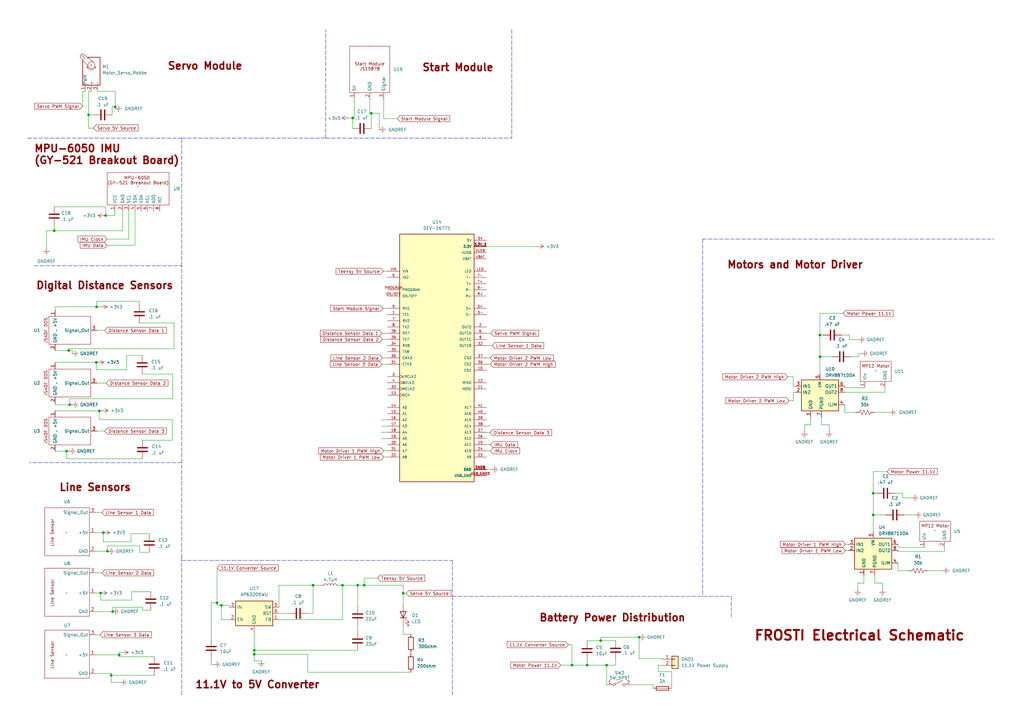
<source format=kicad_sch>
(kicad_sch (version 20230121) (generator eeschema)
  (paper "A3")
  (title_block (title "FROSTI"))
  (junction (at 165.354 243.332))
  (junction (at 246.38 262.763))
  (junction (at 234.569 272.796))
  (junction (at 39.624 125.857))
  (junction (at 104.267 268.351))
  (junction (at 40.767 168.529))
  (junction (at 152.273 46.482))
  (junction (at 140.462 240.03))
  (junction (at 28.194 143.764))
  (junction (at 41.275 243.205))
  (junction (at 146.685 240.03))
  (junction (at 46.228 250.825))
  (junction (at 42.418 218.44))
  (junction (at 22.225 94.615))
  (junction (at 28.575 165.989))
  (junction (at 336.296 146.304))
  (junction (at 240.792 272.796))
  (junction (at 128.397 240.03))
  (junction (at 48.895 268.605))
  (junction (at 358.14 202.311))
  (junction (at 39.497 148.59))
  (junction (at 47.244 43.815))
  (junction (at 358.14 211.201))
  (junction (at 90.805 248.285))
  (junction (at 336.296 137.414))
  (junction (at 45.593 276.987))
  (junction (at 104.267 266.7))
  (junction (at 248.793 272.796))
  (junction (at 44.069 226.06))
  (junction (at 36.322 47.117))
  (junction (at 89.027 247.269))
  (junction (at 262.128 261.366))
  (junction (at 144.653 48.387))
  (junction (at 149.352 240.03))
  (junction (at 27.305 185.039))
  (junction (at 43.307 88.392))
  (wire (pts (xy 38.354 52.578) (xy 38.354 52.451)))
  (wire (pts (xy 45.974 43.815) (xy 47.244 43.815)))
  (wire (pts (xy 200.914 174.752) (xy 200.914 174.879)))
  (wire (pts (xy 240.792 270.637) (xy 240.792 272.796)))
  (wire (pts (xy 156.464 177.292) (xy 158.877 177.292)))
  (wire (pts (xy 58.293 145.796) (xy 51.943 145.796)))
  (wire (pts (xy 39.624 123.571) (xy 39.624 125.857)))
  (wire (pts (xy 22.606 148.59) (xy 22.606 148.844)))
  (wire (pts (xy 358.14 202.311) (xy 358.14 211.201)))
  (wire (pts (xy 346.456 160.909) (xy 362.966 160.909)))
  (wire (pts (xy 114.427 240.03) (xy 114.427 249.047)))
  (wire (pts (xy 151.638 46.482) (xy 151.638 40.513)))
  (wire (pts (xy 165.354 248.285) (xy 165.354 243.332)))
  (wire (pts (xy 340.106 174.244) (xy 340.106 176.784)))
  (wire (pts (xy 86.614 262.128) (xy 86.614 247.269)))
  (wire (pts (xy 61.214 218.948) (xy 53.721 218.948)))
  (wire (pts (xy 114.427 251.587) (xy 118.491 251.587)))
  (wire (pts (xy 350.901 169.164) (xy 346.456 169.164)))
  (polyline (pts (xy 209.931 12.065) (xy 209.931 56.642)) (stroke (width 0) (type dash)))
  (polyline (pts (xy 11.303 56.642) (xy 74.549 56.642)) (stroke (width 0) (type dash)))
  (wire (pts (xy 19.05 94.615) (xy 22.225 94.615)))
  (wire (pts (xy 156.845 146.812) (xy 158.877 146.812)))
  (wire (pts (xy 126.111 251.587) (xy 128.397 251.587)))
  (wire (pts (xy 70.866 153.416) (xy 70.866 163.576)))
  (wire (pts (xy 53.975 242.697) (xy 53.975 246.126)))
  (wire (pts (xy 336.931 174.244) (xy 336.931 171.069)))
  (wire (pts (xy 363.855 193.421) (xy 358.14 193.421)))
  (wire (pts (xy 323.596 164.338) (xy 325.374 164.338)))
  (wire (pts (xy 48.895 269.367) (xy 48.895 268.605)))
  (wire (pts (xy 199.517 136.652) (xy 201.295 136.652)))
  (polyline (pts (xy 74.549 229.87) (xy 185.547 229.87)) (stroke (width 0) (type dash)))
  (wire (pts (xy 149.352 237.109) (xy 149.352 240.03)))
  (wire (pts (xy 252.476 272.796) (xy 248.793 272.796)))
  (wire (pts (xy 240.792 262.763) (xy 246.38 262.763)))
  (wire (pts (xy 157.353 40.513) (xy 157.353 48.641)))
  (wire (pts (xy 47.244 37.465) (xy 47.244 43.815)))
  (wire (pts (xy 28.575 165.989) (xy 29.591 165.989)))
  (wire (pts (xy 368.3 226.187) (xy 387.35 226.187)))
  (wire (pts (xy 199.517 192.532) (xy 201.676 192.532)))
  (wire (pts (xy 39.751 157.099) (xy 43.561 157.099)))
  (wire (pts (xy 94.107 254.127) (xy 90.805 254.127)))
  (wire (pts (xy 240.792 272.796) (xy 234.569 272.796)))
  (wire (pts (xy 53.721 218.948) (xy 53.721 222.25)))
  (wire (pts (xy 40.767 168.529) (xy 22.606 168.529)))
  (wire (pts (xy 146.685 240.03) (xy 146.685 248.793)))
  (wire (pts (xy 41.275 246.126) (xy 41.275 243.205)))
  (wire (pts (xy 358.14 211.201) (xy 363.22 211.201)))
  (wire (pts (xy 370.205 204.216) (xy 374.015 204.216)))
  (wire (pts (xy 165.354 260.096) (xy 168.529 260.096)))
  (wire (pts (xy 270.002 272.923) (xy 271.78 272.923)))
  (wire (pts (xy 358.14 211.201) (xy 358.14 218.186)))
  (polyline (pts (xy 288.163 98.044) (xy 407.67 98.044)) (stroke (width 0) (type dash)))
  (polyline (pts (xy 133.604 56.642) (xy 209.931 56.642)) (stroke (width 0) (type dash)))
  (wire (pts (xy 267.843 280.797) (xy 267.843 282.321)))
  (polyline (pts (xy 74.549 228.854) (xy 74.549 189.738)) (stroke (width 0) (type dash)))
  (wire (pts (xy 36.322 37.465) (xy 36.322 47.117)))
  (wire (pts (xy 358.775 239.141) (xy 358.775 235.966)))
  (wire (pts (xy 144.653 48.387) (xy 145.288 48.387)))
  (wire (pts (xy 336.296 128.524) (xy 336.296 137.414)))
  (wire (pts (xy 346.456 159.004) (xy 354.711 159.004)))
  (wire (pts (xy 149.352 240.03) (xy 165.354 240.03)))
  (wire (pts (xy 28.194 143.764) (xy 29.591 143.764)))
  (wire (pts (xy 48.895 267.589) (xy 50.038 267.589)))
  (wire (pts (xy 252.476 270.51) (xy 252.476 272.796)))
  (wire (pts (xy 22.606 148.59) (xy 39.497 148.59)))
  (wire (pts (xy 229.997 272.796) (xy 234.569 272.796)))
  (wire (pts (xy 39.751 135.509) (xy 42.926 135.509)))
  (wire (pts (xy 53.721 222.25) (xy 42.418 222.25)))
  (wire (pts (xy 156.718 136.652) (xy 158.877 136.652)))
  (wire (pts (xy 248.793 272.796) (xy 248.793 280.797)))
  (wire (pts (xy 86.614 247.269) (xy 89.027 247.269)))
  (wire (pts (xy 325.374 160.909) (xy 326.136 160.909)))
  (wire (pts (xy 199.517 149.352) (xy 201.041 149.352)))
  (wire (pts (xy 58.42 250.317) (xy 58.42 249.047)))
  (wire (pts (xy 41.91 168.529) (xy 40.767 168.529)))
  (wire (pts (xy 48.895 268.605) (xy 39.243 268.605)))
  (polyline (pts (xy 74.549 189.738) (xy 12.065 189.738)) (stroke (width 0) (type dash)))
  (wire (pts (xy 22.606 143.764) (xy 28.194 143.764)))
  (wire (pts (xy 351.79 239.141) (xy 351.79 241.681)))
  (wire (pts (xy 19.05 94.615) (xy 19.05 101.854)))
  (wire (pts (xy 146.685 256.413) (xy 146.685 259.08)))
  (wire (pts (xy 370.205 204.216) (xy 370.205 202.311)))
  (wire (pts (xy 367.03 202.311) (xy 370.205 202.311)))
  (wire (pts (xy 57.15 124.841) (xy 57.15 123.571)))
  (wire (pts (xy 104.267 259.207) (xy 104.267 266.7)))
  (polyline (pts (xy 74.549 56.642) (xy 133.604 56.642)) (stroke (width 0) (type dash)))
  (wire (pts (xy 152.273 46.482) (xy 152.273 52.705)))
  (wire (pts (xy 140.462 254.127) (xy 140.462 240.03)))
  (wire (pts (xy 368.3 226.187) (xy 368.3 225.806)))
  (wire (pts (xy 61.849 242.697) (xy 53.975 242.697)))
  (wire (pts (xy 71.374 143.002) (xy 28.194 143.002)))
  (wire (pts (xy 39.243 218.44) (xy 42.418 218.44)))
  (wire (pts (xy 199.517 184.912) (xy 201.168 184.912)))
  (wire (pts (xy 70.866 163.576) (xy 28.575 163.576)))
  (wire (pts (xy 45.593 276.987) (xy 45.593 276.225)))
  (wire (pts (xy 86.614 272.542) (xy 86.614 269.748)))
  (wire (pts (xy 352.171 145.034) (xy 353.441 145.034)))
  (wire (pts (xy 22.606 165.989) (xy 28.575 165.989)))
  (wire (pts (xy 200.914 177.419) (xy 199.517 177.419)))
  (wire (pts (xy 358.14 202.311) (xy 359.41 202.311)))
  (wire (pts (xy 329.946 174.244) (xy 329.946 176.784)))
  (wire (pts (xy 61.214 226.568) (xy 57.277 226.568)))
  (polyline (pts (xy 288.163 98.044) (xy 288.163 244.602)) (stroke (width 0) (type dash)))
  (wire (pts (xy 87.884 272.542) (xy 86.614 272.542)))
  (wire (pts (xy 139.319 240.03) (xy 140.462 240.03)))
  (wire (pts (xy 128.397 240.03) (xy 131.699 240.03)))
  (wire (pts (xy 43.942 100.584) (xy 55.372 100.584)))
  (wire (pts (xy 39.243 226.06) (xy 44.069 226.06)))
  (wire (pts (xy 157.353 187.452) (xy 158.877 187.452)))
  (wire (pts (xy 348.996 146.304) (xy 352.171 146.304)))
  (wire (pts (xy 22.606 165.354) (xy 22.606 165.989)))
  (wire (pts (xy 348.361 139.319) (xy 348.361 137.414)))
  (wire (pts (xy 42.418 218.44) (xy 42.545 218.44)))
  (wire (pts (xy 47.244 43.815) (xy 47.244 44.577)))
  (wire (pts (xy 346.456 158.369) (xy 346.456 159.004)))
  (wire (pts (xy 126.238 275.717) (xy 126.238 268.351)))
  (wire (pts (xy 114.427 240.03) (xy 128.397 240.03)))
  (polyline (pts (xy 74.549 284.988) (xy 74.549 228.854)) (stroke (width 0) (type dash)))
  (wire (pts (xy 168.529 275.717) (xy 126.238 275.717)))
  (wire (pts (xy 37.465 37.465) (xy 36.322 37.465)))
  (wire (pts (xy 22.606 125.857) (xy 39.624 125.857)))
  (wire (pts (xy 332.486 174.244) (xy 329.946 174.244)))
  (wire (pts (xy 346.71 223.266) (xy 347.98 223.266)))
  (wire (pts (xy 145.288 48.387) (xy 145.288 40.513)))
  (wire (pts (xy 33.909 43.561) (xy 33.909 37.465)))
  (wire (pts (xy 246.38 262.763) (xy 246.38 261.366)))
  (wire (pts (xy 43.942 98.044) (xy 52.832 98.044)))
  (wire (pts (xy 199.517 146.812) (xy 201.041 146.812)))
  (wire (pts (xy 368.3 234.061) (xy 368.3 230.886)))
  (wire (pts (xy 39.243 243.205) (xy 41.275 243.205)))
  (wire (pts (xy 346.71 225.806) (xy 347.98 225.806)))
  (wire (pts (xy 358.14 193.421) (xy 358.14 202.311)))
  (wire (pts (xy 168.529 267.716) (xy 168.529 268.097)))
  (polyline (pts (xy 74.549 108.966) (xy 74.549 56.642)) (stroke (width 0) (type dash)))
  (wire (pts (xy 258.953 280.797) (xy 267.843 280.797)))
  (wire (pts (xy 165.354 243.332) (xy 165.354 240.03)))
  (wire (pts (xy 332.486 171.069) (xy 332.486 174.244)))
  (wire (pts (xy 354.33 235.966) (xy 354.33 239.141)))
  (wire (pts (xy 94.107 248.285) (xy 94.107 249.047)))
  (wire (pts (xy 51.943 151.638) (xy 39.497 151.638)))
  (wire (pts (xy 361.95 239.141) (xy 358.775 239.141)))
  (wire (pts (xy 387.35 226.187) (xy 387.35 224.536)))
  (wire (pts (xy 354.33 239.141) (xy 351.79 239.141)))
  (wire (pts (xy 61.849 250.317) (xy 58.42 250.317)))
  (wire (pts (xy 270.002 275.463) (xy 270.002 272.923)))
  (wire (pts (xy 70.612 172.085) (xy 40.767 172.085)))
  (wire (pts (xy 63.246 269.367) (xy 48.895 269.367)))
  (wire (pts (xy 345.821 128.524) (xy 336.296 128.524)))
  (wire (pts (xy 27.305 188.214) (xy 27.305 185.039)))
  (wire (pts (xy 52.832 98.044) (xy 52.832 86.614)))
  (wire (pts (xy 199.517 177.419) (xy 199.517 177.292)))
  (wire (pts (xy 89.027 248.285) (xy 90.805 248.285)))
  (wire (pts (xy 152.273 46.482) (xy 151.638 46.482)))
  (wire (pts (xy 368.3 223.266) (xy 368.3 224.536)))
  (wire (pts (xy 156.464 179.959) (xy 158.877 179.959)))
  (wire (pts (xy 50.292 86.614) (xy 50.292 94.615)))
  (wire (pts (xy 336.296 137.414) (xy 336.296 146.304)))
  (wire (pts (xy 275.463 282.321) (xy 275.463 275.463)))
  (wire (pts (xy 22.225 94.615) (xy 50.292 94.615)))
  (wire (pts (xy 36.322 47.117) (xy 36.322 52.578)))
  (wire (pts (xy 39.624 125.857) (xy 41.402 125.857)))
  (wire (pts (xy 104.267 271.018) (xy 107.188 271.018)))
  (wire (pts (xy 114.427 254.127) (xy 140.462 254.127)))
  (wire (pts (xy 126.238 268.351) (xy 104.267 268.351)))
  (wire (pts (xy 336.296 146.304) (xy 336.296 153.289)))
  (wire (pts (xy 47.117 88.392) (xy 47.117 86.614)))
  (wire (pts (xy 22.225 84.836) (xy 43.307 84.836)))
  (wire (pts (xy 165.354 255.905) (xy 165.354 260.096)))
  (wire (pts (xy 45.593 279.908) (xy 45.593 276.987)))
  (wire (pts (xy 166.624 243.332) (xy 165.354 243.332)))
  (wire (pts (xy 58.42 249.047) (xy 46.228 249.047)))
  (wire (pts (xy 340.106 174.244) (xy 336.931 174.244)))
  (wire (pts (xy 39.243 250.825) (xy 46.228 250.825)))
  (polyline (pts (xy 74.549 189.738) (xy 74.549 108.966)) (stroke (width 0) (type dash)))
  (wire (pts (xy 41.91 168.402) (xy 41.91 168.529)))
  (wire (pts (xy 58.42 188.214) (xy 27.305 188.214)))
  (wire (pts (xy 55.372 100.584) (xy 55.372 86.614)))
  (wire (pts (xy 39.243 260.35) (xy 41.021 260.35)))
  (wire (pts (xy 43.307 88.392) (xy 47.117 88.392)))
  (wire (pts (xy 39.243 210.185) (xy 41.783 210.185)))
  (wire (pts (xy 45.593 279.908) (xy 49.53 279.908)))
  (wire (pts (xy 361.95 239.141) (xy 361.95 241.681)))
  (wire (pts (xy 386.715 234.061) (xy 380.365 234.061)))
  (wire (pts (xy 104.267 268.351) (xy 104.267 271.018)))
  (wire (pts (xy 39.497 148.59) (xy 40.005 148.59)))
  (wire (pts (xy 275.463 275.463) (xy 270.002 275.463)))
  (wire (pts (xy 157.353 184.912) (xy 158.877 184.912)))
  (polyline (pts (xy 185.547 244.602) (xy 299.974 244.602)) (stroke (width 0) (type dash)))
  (wire (pts (xy 352.171 146.304) (xy 352.171 145.034)))
  (wire (pts (xy 41.783 168.402) (xy 41.91 168.402)))
  (wire (pts (xy 325.374 164.338) (xy 325.374 160.909)))
  (wire (pts (xy 157.099 126.492) (xy 158.877 126.492)))
  (wire (pts (xy 71.374 132.461) (xy 71.374 143.002)))
  (polyline (pts (xy 185.547 229.87) (xy 185.547 244.602)) (stroke (width 0) (type dash)))
  (wire (pts (xy 57.277 226.568) (xy 57.277 223.901)))
  (wire (pts (xy 234.569 264.414) (xy 234.569 272.796)))
  (wire (pts (xy 45.593 276.225) (xy 39.243 276.225)))
  (wire (pts (xy 70.612 180.594) (xy 70.612 172.085)))
  (wire (pts (xy 140.462 240.03) (xy 146.685 240.03)))
  (wire (pts (xy 368.3 224.536) (xy 379.095 224.536)))
  (wire (pts (xy 42.799 88.392) (xy 43.307 88.392)))
  (wire (pts (xy 45.974 47.117) (xy 45.974 43.815)))
  (wire (pts (xy 246.38 261.366) (xy 262.128 261.366)))
  (wire (pts (xy 29.591 143.764) (xy 29.591 145.034)))
  (wire (pts (xy 39.243 234.95) (xy 41.91 234.95)))
  (wire (pts (xy 38.354 47.117) (xy 36.322 47.117)))
  (wire (pts (xy 155.575 46.482) (xy 155.575 53.213)))
  (wire (pts (xy 58.293 153.416) (xy 70.866 153.416)))
  (wire (pts (xy 43.307 84.836) (xy 43.307 88.392)))
  (wire (pts (xy 156.845 139.192) (xy 158.877 139.192)))
  (wire (pts (xy 323.088 154.559) (xy 325.374 154.559)))
  (wire (pts (xy 348.361 139.319) (xy 352.171 139.319)))
  (wire (pts (xy 89.027 232.918) (xy 89.027 247.269)))
  (wire (pts (xy 146.685 240.03) (xy 149.352 240.03)))
  (wire (pts (xy 233.172 264.414) (xy 234.569 264.414)))
  (wire (pts (xy 22.606 127.254) (xy 22.606 125.857)))
  (wire (pts (xy 252.476 262.763) (xy 252.476 262.89)))
  (wire (pts (xy 104.267 266.7) (xy 104.267 268.351)))
  (wire (pts (xy 345.186 137.414) (xy 348.361 137.414)))
  (wire (pts (xy 142.875 48.387) (xy 144.653 48.387)))
  (wire (pts (xy 155.575 46.482) (xy 152.273 46.482)))
  (wire (pts (xy 325.374 158.369) (xy 326.136 158.369)))
  (wire (pts (xy 325.374 154.559) (xy 325.374 158.369)))
  (wire (pts (xy 199.517 182.372) (xy 201.168 182.372)))
  (wire (pts (xy 28.194 143.002) (xy 28.194 143.764)))
  (wire (pts (xy 51.943 145.796) (xy 51.943 151.638)))
  (wire (pts (xy 104.267 266.7) (xy 146.685 266.7)))
  (wire (pts (xy 57.15 123.571) (xy 39.624 123.571)))
  (wire (pts (xy 156.591 149.352) (xy 158.877 149.352)))
  (wire (pts (xy 362.966 160.909) (xy 362.966 159.004)))
  (wire (pts (xy 39.497 151.638) (xy 39.497 148.59)))
  (wire (pts (xy 246.38 262.763) (xy 252.476 262.763)))
  (wire (pts (xy 57.15 132.461) (xy 71.374 132.461)))
  (wire (pts (xy 346.456 169.164) (xy 346.456 165.989)))
  (wire (pts (xy 90.805 248.285) (xy 94.107 248.285)))
  (wire (pts (xy 336.296 146.304) (xy 341.376 146.304)))
  (wire (pts (xy 157.226 111.252) (xy 158.877 111.252)))
  (wire (pts (xy 40.005 37.465) (xy 47.244 37.465)))
  (wire (pts (xy 58.42 180.594) (xy 70.612 180.594)))
  (wire (pts (xy 336.296 137.414) (xy 337.566 137.414)))
  (wire (pts (xy 199.517 141.732) (xy 201.93 141.732)))
  (wire (pts (xy 262.128 270.129) (xy 262.128 261.366)))
  (wire (pts (xy 45.593 276.987) (xy 63.246 276.987)))
  (wire (pts (xy 271.78 270.129) (xy 262.128 270.129)))
  (wire (pts (xy 36.322 52.578) (xy 38.354 52.578)))
  (wire (pts (xy 199.517 174.752) (xy 200.914 174.752)))
  (wire (pts (xy 40.767 172.085) (xy 40.767 168.529)))
  (wire (pts (xy 53.975 246.126) (xy 41.275 246.126)))
  (wire (pts (xy 158.877 179.959) (xy 158.877 179.832)))
  (wire (pts (xy 28.575 163.576) (xy 28.575 165.989)))
  (wire (pts (xy 128.397 251.587) (xy 128.397 240.03)))
  (polyline (pts (xy 185.547 244.602) (xy 185.547 284.988)) (stroke (width 0) (type dash)))
  (wire (pts (xy 372.745 234.061) (xy 368.3 234.061)))
  (wire (pts (xy 156.464 174.752) (xy 158.877 174.752)))
  (wire (pts (xy 271.78 270.129) (xy 271.78 270.383)))
  (wire (pts (xy 46.228 249.047) (xy 46.228 250.825)))
  (wire (pts (xy 248.793 272.796) (xy 240.792 272.796)))
  (wire (pts (xy 27.305 185.039) (xy 28.321 185.039)))
  (polyline (pts (xy 14.097 108.966) (xy 74.549 108.966)) (stroke (width 0) (type dash)))
  (wire (pts (xy 42.418 222.25) (xy 42.418 218.44)))
  (wire (pts (xy 149.352 237.109) (xy 154.813 237.109)))
  (wire (pts (xy 44.069 223.901) (xy 44.069 226.06)))
  (wire (pts (xy 364.871 169.164) (xy 358.521 169.164)))
  (wire (pts (xy 157.353 48.641) (xy 162.941 48.641)))
  (wire (pts (xy 57.277 223.901) (xy 44.069 223.901)))
  (wire (pts (xy 370.84 211.201) (xy 375.285 211.201)))
  (wire (pts (xy 44.069 226.06) (xy 44.323 226.06)))
  (wire (pts (xy 144.653 48.387) (xy 144.653 52.705)))
  (wire (pts (xy 22.606 185.039) (xy 27.305 185.039)))
  (wire (pts (xy 90.805 254.127) (xy 90.805 248.285)))
  (wire (pts (xy 33.909 37.465) (xy 34.925 37.465)))
  (wire (pts (xy 89.027 247.269) (xy 89.027 248.285)))
  (wire (pts (xy 156.464 172.212) (xy 158.877 172.212)))
  (wire (pts (xy 240.792 262.763) (xy 240.792 263.017)))
  (polyline (pts (xy 299.974 244.602) (xy 299.974 253.111)) (stroke (width 0) (type dash)))
  (wire (pts (xy 48.895 267.589) (xy 48.895 268.605)))
  (wire (pts (xy 22.225 92.456) (xy 22.225 94.615)))
  (wire (pts (xy 199.517 101.092) (xy 220.345 101.092)))
  (wire (pts (xy 39.751 176.784) (xy 42.926 176.784)))
  (polyline (pts (xy 133.604 56.642) (xy 133.604 12.065)) (stroke (width 0) (type dash)))
  (text "Servo Module\n" (at 68.58 28.956 0) (effects (font (size 3 3) (thickness 0.6) bold) (justify left bottom)))
  (text "Start Module\n" (at 172.974 29.591 0) (effects (font (size 3 3) (thickness 0.6) bold) (justify left bottom)))
  (text "Battery Power Distribution\n" (at 220.98 255.27 0) (effects (font (size 3 3) (thickness 0.6) bold) (justify left bottom)))
  (text "MPU-6050 IMU \n(GY-521 Breakout Board)" (at 13.843 67.691 0) (effects (font (size 3 3) (thickness 0.6) bold) (justify left bottom)))
  (text "11.1V to 5V Converter" (at 79.883 282.702 0) (effects (font (size 3 3) (thickness 0.6) bold) (justify left bottom)))
  (text "Digital Distance Sensors" (at 14.605 118.999 0) (effects (font (size 3 3) (thickness 0.6) bold) (justify left bottom)))
  (text "Line Sensors" (at 24.13 201.803 0) (effects (font (size 3 3) (thickness 0.6) bold) (justify left bottom)))
  (text "FROSTI Electrical Schematic\n" (at 309.118 263.144 0) (effects (font (size 4 4) (thickness 0.8) bold) (justify left bottom)))
  (text "Motors and Motor Driver" (at 298.069 110.49 0) (effects (font (size 3 3) (thickness 0.6) bold) (justify left bottom)))
  (global_label "Motor Driver 2 PWM High" (shape input) (at 323.088 154.559 180) (property "Intersheetrefs" "${INTERSHEET_REFS}" (effects hide)))
  (global_label "Servo PWM Signal" (shape input) (at 33.909 43.561 180) (property "Intersheetrefs" "${INTERSHEET_REFS}" (effects hide)))
  (global_label "Servo 5V Source" (shape input) (at 166.624 243.332 0) (property "Intersheetrefs" "${INTERSHEET_REFS}" (effects hide)))
  (global_label "Line Sensor 2 Data" (shape input) (at 156.845 146.812 180) (property "Intersheetrefs" "${INTERSHEET_REFS}" (effects hide)))
  (global_label "Servo 5V Source" (shape input) (at 38.354 52.451 0) (property "Intersheetrefs" "${INTERSHEET_REFS}" (effects hide)))
  (global_label "Start Module Signal" (shape input) (at 157.099 126.492 180) (property "Intersheetrefs" "${INTERSHEET_REFS}" (effects hide)))
  (global_label "Distance Sensor Data 1" (shape input) (at 156.718 136.652 180) (property "Intersheetrefs" "${INTERSHEET_REFS}" (effects hide)))
  (global_label "Motor Power 11.1V" (shape input) (at 345.821 128.524 0) (property "Intersheetrefs" "${INTERSHEET_REFS}" (effects hide)))
  (global_label "Motor Driver 1 PWM Low" (shape input) (at 346.71 225.806 180) (property "Intersheetrefs" "${INTERSHEET_REFS}" (effects hide)))
  (global_label "Start Module Signal" (shape input) (at 162.941 48.641 0) (property "Intersheetrefs" "${INTERSHEET_REFS}" (effects hide)))
  (global_label "IMU Clock" (shape input) (at 43.942 98.044 180) (property "Intersheetrefs" "${INTERSHEET_REFS}" (effects hide)))
  (global_label "Line Sensor 3 Data" (shape input) (at 41.021 260.35 0) (property "Intersheetrefs" "${INTERSHEET_REFS}" (effects hide)))
  (global_label "Line Sensor 2 Data" (shape input) (at 41.91 234.95 0) (property "Intersheetrefs" "${INTERSHEET_REFS}" (effects hide)))
  (global_label "Motor Power 11.1V" (shape input) (at 229.997 272.796 180) (property "Intersheetrefs" "${INTERSHEET_REFS}" (effects hide)))
  (global_label "Servo PWM Signal" (shape input) (at 201.295 136.652 0) (property "Intersheetrefs" "${INTERSHEET_REFS}" (effects hide)))
  (global_label "Line Sensor 1 Data" (shape input) (at 41.783 210.185 0) (property "Intersheetrefs" "${INTERSHEET_REFS}" (effects hide)))
  (global_label "Motor Driver 1 PWM Low" (shape input) (at 157.353 187.452 180) (property "Intersheetrefs" "${INTERSHEET_REFS}" (effects hide)))
  (global_label "Motor Driver 2 PWM Low" (shape input) (at 201.041 146.812 0) (property "Intersheetrefs" "${INTERSHEET_REFS}" (effects hide)))
  (global_label "11.1V Converter Source" (shape input) (at 233.172 264.414 180) (property "Intersheetrefs" "${INTERSHEET_REFS}" (effects hide)))
  (global_label "Motor Power 11.1V" (shape input) (at 363.855 193.421 0) (property "Intersheetrefs" "${INTERSHEET_REFS}" (effects hide)))
  (global_label "Line Sensor 1 Data" (shape input) (at 201.93 141.732 0) (property "Intersheetrefs" "${INTERSHEET_REFS}" (effects hide)))
  (global_label "Distance Sensor Data 2" (shape input) (at 43.561 157.099 0) (property "Intersheetrefs" "${INTERSHEET_REFS}" (effects hide)))
  (global_label "Line Sensor 3 Data" (shape input) (at 156.591 149.352 180) (property "Intersheetrefs" "${INTERSHEET_REFS}" (effects hide)))
  (global_label "11.1V Converter Source" (shape input) (at 89.027 232.918 0) (property "Intersheetrefs" "${INTERSHEET_REFS}" (effects hide)))
  (global_label "Motor Driver 2 PWM Low" (shape input) (at 323.596 164.338 180) (property "Intersheetrefs" "${INTERSHEET_REFS}" (effects hide)))
  (global_label "Motor Driver 1 PWM High" (shape input) (at 346.71 223.266 180) (property "Intersheetrefs" "${INTERSHEET_REFS}" (effects hide)))
  (global_label "Motor Driver 2 PWM High" (shape input) (at 201.041 149.352 0) (property "Intersheetrefs" "${INTERSHEET_REFS}" (effects hide)))
  (global_label "Teensy 5V Source" (shape input) (at 157.226 111.252 180) (property "Intersheetrefs" "${INTERSHEET_REFS}" (effects hide)))
  (global_label "Distance Sensor Data 3" (shape input) (at 200.914 177.419 0) (property "Intersheetrefs" "${INTERSHEET_REFS}" (effects hide)))
  (global_label "Distance Sensor Data 2" (shape input) (at 156.845 139.192 180) (property "Intersheetrefs" "${INTERSHEET_REFS}" (effects hide)))
  (global_label "IMU Data" (shape input) (at 43.942 100.584 180) (property "Intersheetrefs" "${INTERSHEET_REFS}" (effects hide)))
  (global_label "Motor Driver 1 PWM High" (shape input) (at 157.353 184.912 180) (property "Intersheetrefs" "${INTERSHEET_REFS}" (effects hide)))
  (global_label "Distance Sensor Data 3" (shape input) (at 42.926 176.784 0) (property "Intersheetrefs" "${INTERSHEET_REFS}" (effects hide)))
  (global_label "IMU Data" (shape input) (at 201.168 182.372 0) (property "Intersheetrefs" "${INTERSHEET_REFS}" (effects hide)))
  (global_label "IMU Clock" (shape input) (at 201.168 184.912 0) (property "Intersheetrefs" "${INTERSHEET_REFS}" (effects hide)))
  (global_label "Teensy 5V Source" (shape input) (at 154.813 237.109 0) (property "Intersheetrefs" "${INTERSHEET_REFS}" (effects hide)))
  (global_label "Distance Sensor Data 1" (shape input) (at 42.926 135.509 0) (property "Intersheetrefs" "${INTERSHEET_REFS}" (effects hide)))
  (symbol (lib_id "Device:C") (at 57.15 128.651 180) (unit 1)
    (property "Reference" "C16" (at 60.96 127.381 0) (effects (justify right)))
    (property "Value" ".1 uF" (at 60.96 129.921 0) (effects (justify right)))
    (property "Footprint" "Capacitor_SMD:C_0805_2012Metric" (effects hide))
  )
  (symbol (lib_id "power:GNDREF") (at 329.946 176.784 0) (unit 1)
    (property "Reference" "#PWR014" (effects hide))
    (property "Value" "GNDREF" (at 329.946 181.229 0))
  )
  (symbol (lib_id "power:GNDREF") (at 201.676 192.532 90) (unit 1)
    (property "Reference" "#PWR019" (effects hide))
    (property "Value" "GNDREF" (at 205.105 192.532 90) (effects (justify right)))
  )
  (symbol (lib_id "power:+3V3") (at 42.799 88.392 90) (unit 1)
    (property "Reference" "#PWR020" (effects hide))
    (property "Value" "+3V3" (at 39.243 88.392 90) (effects (justify left)))
  )
  (symbol (lib_id "power:GNDREF") (at 29.591 165.989 90) (unit 1)
    (property "Reference" "#PWR03" (effects hide))
    (property "Value" "GNDREF" (at 32.766 165.989 90) (effects (justify right)))
  )
  (symbol (lib_id "Device:C") (at 252.476 266.7 180) (unit 1)
    (property "Reference" "C6" (at 255.524 265.43 0) (effects (justify right)))
    (property "Value" ".1 uF" (at 255.397 267.843 0) (effects (justify right)))
    (property "Footprint" "Capacitor_SMD:C_0805_2012Metric" (effects hide))
  )
  (symbol (lib_id "power:GNDREF") (at 46.228 250.825 90) (unit 1)
    (property "Reference" "#PWR06" (effects hide))
    (property "Value" "GNDREF" (at 49.403 250.825 90) (effects (justify right)))
  )
  (symbol (lib_id "power:GNDREF") (at 386.715 234.061 90) (unit 1)
    (property "Reference" "#PWR010" (effects hide))
    (property "Value" "GNDREF" (at 390.525 234.061 90) (effects (justify right)))
  )
  (symbol (lib_id "Device:C") (at 240.792 266.827 0) (unit 1)
    (property "Reference" "C5" (at 244.348 265.557 0) (effects (justify left)))
    (property "Value" "10uF" (at 244.348 268.097 0) (effects (justify left)))
    (property "Footprint" "Capacitor_SMD:C_0805_2012Metric" (effects hide))
  )
  (symbol (lib_id "power:GNDREF") (at 375.285 211.201 90) (unit 1)
    (property "Reference" "#PWR09" (effects hide))
    (property "Value" "GNDREF" (at 378.46 211.201 90) (effects (justify right)))
  )
  (symbol (lib_id "FROSTI Parts:GY-521_MPU6050-_Breakout_Board") (at 56.642 76.454 0) (unit 1)
    (property "Reference" "U9" (at 71.12 77.4065 0) (effects (justify left)))
    (property "Value" "~" (at 56.642 76.454 0))
    (property "Footprint" "Connector_PinSocket_2.00mm:PinSocket_1x04_P2.00mm_Vertical" (effects hide))
  )
  (symbol (lib_id "Device:C") (at 367.03 211.201 90) (unit 1)
    (property "Reference" "C2" (at 367.03 204.216 90))
    (property "Value" ".1 uF" (at 367.03 206.756 90))
    (property "Footprint" "Capacitor_SMD:C_0805_2012Metric" (effects hide))
  )
  (symbol (lib_id "Device:C") (at 63.246 273.177 180) (unit 1)
    (property "Reference" "C11" (at 67.056 271.907 0) (effects (justify right)))
    (property "Value" ".1 uF" (at 67.056 274.447 0) (effects (justify right)))
    (property "Footprint" "Capacitor_SMD:C_0805_2012Metric" (effects hide))
  )
  (symbol (lib_id "Driver_Motor:DRV8871DDA") (at 358.14 225.806 0) (unit 1)
    (property "Reference" "U4" (at 360.3341 216.281 0) (effects (justify left)))
    (property "Value" "DRV8871DDA" (at 360.3341 218.821 0) (effects (justify left)))
    (property "Footprint" "footprints:DDA0008H_L" (effects hide))
    (property "Datasheet" "http://www.ti.com/lit/ds/symlink/drv8871.pdf" (effects hide))
  )
  (symbol (lib_id "Device:C") (at 122.301 251.587 90) (unit 1)
    (property "Reference" "C8" (at 122.301 244.602 90))
    (property "Value" ".1 uF" (at 122.301 247.142 90))
    (property "Footprint" "Capacitor_SMD:C_0805_2012Metric" (effects hide))
  )
  (symbol (lib_id "Device:R") (at 168.529 271.907 0) (unit 1)
    (property "Reference" "R4" (at 170.9927 270.637 0) (effects (justify left)))
    (property "Value" "200ohm" (at 170.9927 273.177 0) (effects (justify left)))
    (property "Footprint" "Resistor_SMD:R_0805_2012Metric" (effects hide))
  )
  (symbol (lib_id "Device:C") (at 86.614 265.938 0) (unit 1)
    (property "Reference" "C7" (at 90.17 264.668 0) (effects (justify left)))
    (property "Value" "10uF" (at 90.17 267.208 0) (effects (justify left)))
    (property "Footprint" "Capacitor_SMD:C_0805_2012Metric" (effects hide))
  )
  (symbol (lib_id "Device:C") (at 61.214 222.758 180) (unit 1)
    (property "Reference" "C13" (at 64.897 221.488 0) (effects (justify right)))
    (property "Value" ".1 uF" (at 64.897 224.028 0) (effects (justify right)))
    (property "Footprint" "Capacitor_SMD:C_0805_2012Metric" (effects hide))
  )
  (symbol (lib_id "Device:R_US") (at 376.555 234.061 90) (unit 1)
    (property "Reference" "R1" (at 376.555 228.346 90))
    (property "Value" "30k" (at 376.555 230.886 90))
    (property "Footprint" "Resistor_SMD:R_0805_2012Metric" (effects hide))
  )
  (symbol (lib_id "FROSTI Parts:Start_Module_JS15878") (at 151.638 18.923 0) (unit 1)
    (property "Reference" "U15" (at 161.29 28.448 0) (effects (justify left)))
    (property "Value" "~" (at 151.638 18.923 0))
    (property "Footprint" "Connector_PinSocket_2.00mm:PinSocket_1x03_P2.00mm_Vertical" (effects hide))
  )
  (symbol (lib_id "power:+3V3") (at 41.275 243.205 270) (unit 1)
    (property "Reference" "#PWR029" (effects hide))
    (property "Value" "+3V3" (at 44.831 243.205 90) (effects (justify left)))
  )
  (symbol (lib_name "JS40F_Digital_Distance_Sensor_2") (lib_id "FROSTI Parts:JS40F_Digital_Distance_Sensor") (at 23.241 157.099 90) (unit 1)
    (property "Reference" "U2" (at 16.51 157.099 90) (effects (justify left)))
    (property "Value" "~" (at 23.241 157.099 0))
    (property "Footprint" "footprints:3 Pheonix" (effects hide))
  )
  (symbol (lib_id "Motor:Motor_Servo_Robbe") (at 37.465 29.845 90) (unit 1)
    (property "Reference" "M1" (at 41.91 27.3161 90) (effects (justify right)))
    (property "Value" "Motor_Servo_Robbe" (at 41.91 29.8561 90) (effects (justify right)))
    (property "Footprint" "Connector_PinHeader_2.54mm:PinHeader_1x03_P2.54mm_Vertical" (effects hide))
    (property "Datasheet" "http://forums.parallax.com/uploads/attachments/46831/74481.png" (effects hide))
  )
  (symbol (lib_id "power:GNDREF") (at 262.128 261.366 90) (unit 1)
    (property "Reference" "#PWR08" (effects hide))
    (property "Value" "GNDREF" (at 265.303 261.366 90) (effects (justify right)))
  )
  (symbol (lib_id "power:+3V3") (at 41.783 168.402 270) (unit 1)
    (property "Reference" "#PWR037" (effects hide))
    (property "Value" "+3V3" (at 45.339 168.402 90) (effects (justify left)))
  )
  (symbol (lib_id "Device:LED") (at 165.354 252.095 90) (unit 1)
    (property "Reference" "D1" (at 168.91 252.4125 90) (effects (justify right)))
    (property "Value" "LED" (at 168.91 254.9525 90) (effects (justify right)))
    (property "Footprint" "LED_SMD:LED_0603_1608Metric" (effects hide))
  )
  (symbol (lib_id "Device:R") (at 168.529 263.906 0) (unit 1)
    (property "Reference" "R3" (at 171.45 262.636 0) (effects (justify left)))
    (property "Value" "300ohm" (at 171.45 265.176 0) (effects (justify left)))
    (property "Footprint" "Resistor_SMD:R_0805_2012Metric" (effects hide))
  )
  (symbol (lib_id "power:GNDREF") (at 361.95 241.681 0) (unit 1)
    (property "Reference" "#PWR012" (effects hide))
    (property "Value" "GNDREF" (at 361.95 246.126 0))
  )
  (symbol (lib_id "Device:C") (at 58.293 149.606 180) (unit 1)
    (property "Reference" "C15" (at 61.976 148.336 0) (effects (justify right)))
    (property "Value" ".1 uF" (at 61.976 150.876 0) (effects (justify right)))
    (property "Footprint" "Capacitor_SMD:C_0805_2012Metric" (effects hide))
  )
  (symbol (lib_id "power:GNDREF") (at 87.884 272.542 90) (unit 1)
    (property "Reference" "#PWR024" (effects hide))
    (property "Value" "GNDREF" (at 91.059 272.542 90) (effects (justify right)))
  )
  (symbol (lib_id "power:+3V3") (at 41.402 125.857 270) (unit 1)
    (property "Reference" "#PWR031" (effects hide))
    (property "Value" "+3V3" (at 44.958 125.857 90) (effects (justify left)))
  )
  (symbol (lib_name "MP12_Micro_Gear_Motor_6V_2") (lib_id "FROSTI Parts:MP12_Micro_Gear_Motor_6V") (at 383.54 217.551 0) (unit 1)
    (property "Reference" "U5" (at 391.16 217.8685 0) (effects (justify left)))
    (property "Value" "~" (at 383.54 217.551 0))
    (property "Footprint" "footprints:2 Pheonis" (effects hide))
  )
  (symbol (lib_id "Device:C") (at 42.164 47.117 270) (unit 1)
    (property "Reference" "C19" (at 42.164 40.386 90))
    (property "Value" ".1 uF" (at 42.164 42.926 90))
    (property "Footprint" "Capacitor_SMD:C_0805_2012Metric" (effects hide))
  )
  (symbol (lib_id "Regulator_Switching:AP63205WU") (at 104.267 251.587 0) (unit 1)
    (property "Reference" "U17" (at 104.267 241.3 0))
    (property "Value" "AP63205WU" (at 104.267 243.84 0))
    (property "Footprint" "Package_TO_SOT_SMD:TSOT-23-6" (effects hide))
    (property "Datasheet" "https://www.diodes.com/assets/Datasheets/AP63200-AP63201-AP63203-AP63205.pdf" (effects hide))
  )
  (symbol (lib_id "power:GNDREF") (at 44.323 226.06 90) (unit 1)
    (property "Reference" "#PWR05" (effects hide))
    (property "Value" "GNDREF" (at 47.498 226.06 90) (effects (justify right)))
  )
  (symbol (lib_id "power:GNDREF") (at 29.591 145.034 90) (unit 1)
    (property "Reference" "#PWR02" (effects hide))
    (property "Value" "GNDREF" (at 32.766 145.034 90) (effects (justify right)))
  )
  (symbol (lib_id "power:+3V3") (at 142.875 48.387 90) (unit 1)
    (property "Reference" "#PWR039" (effects hide))
    (property "Value" "+3V3" (at 139.7 48.514 90) (effects (justify left)))
  )
  (symbol (lib_id "Device:C") (at 22.225 88.646 0) (unit 1)
    (property "Reference" "C18" (at 25.146 87.376 0) (effects (justify left)))
    (property "Value" ".1 uF" (at 25.146 89.916 0) (effects (justify left)))
    (property "Footprint" "Capacitor_SMD:C_0805_2012Metric" (effects hide))
  )
  (symbol (lib_id "power:+3V3") (at 50.038 267.589 270) (unit 1)
    (property "Reference" "#PWR027" (effects hide))
    (property "Value" "+3V3" (at 53.594 267.589 90) (effects (justify left)))
  )
  (symbol (lib_id "power:GNDREF") (at 340.106 176.784 0) (unit 1)
    (property "Reference" "#PWR015" (effects hide))
    (property "Value" "GNDREF" (at 340.106 181.229 0))
  )
  (symbol (lib_id "power:GNDREF") (at 353.441 145.034 90) (unit 1)
    (property "Reference" "#PWR017" (effects hide))
    (property "Value" "GNDREF" (at 356.616 145.034 90) (effects (justify right)))
  )
  (symbol (lib_id "Device:C") (at 146.685 252.603 0) (unit 1)
    (property "Reference" "C10" (at 149.86 251.333 0) (effects (justify left)))
    (property "Value" "22uF" (at 149.86 253.873 0) (effects (justify left)))
    (property "Footprint" "Capacitor_SMD:C_0805_2012Metric" (effects hide))
  )
  (symbol (lib_id "power:+3V3") (at 40.005 148.59 270) (unit 1)
    (property "Reference" "#PWR036" (effects hide))
    (property "Value" "+3V3" (at 43.561 148.59 90) (effects (justify left)))
  )
  (symbol (lib_id "power:GNDREF") (at 49.53 279.908 90) (unit 1)
    (property "Reference" "#PWR07" (effects hide))
    (property "Value" "GNDREF" (at 52.705 279.908 90) (effects (justify right)))
  )
  (symbol (lib_id "Device:Fuse") (at 271.653 282.321 90) (unit 1)
    (property "Reference" "F1" (at 271.653 276.86 90))
    (property "Value" "2A" (at 271.653 279.4 90))
    (property "Footprint" "Fuse:Fuse_0805_2012Metric_Pad1.15x1.40mm_HandSolder" (effects hide))
  )
  (symbol (lib_id "Device:C") (at 58.42 184.404 180) (unit 1)
    (property "Reference" "C14" (at 62.23 183.134 0) (effects (justify right)))
    (property "Value" ".1 uF" (at 62.23 185.674 0) (effects (justify right)))
    (property "Footprint" "Capacitor_SMD:C_0805_2012Metric" (effects hide))
  )
  (symbol (lib_id "power:GNDREF") (at 155.575 53.213 90) (unit 1)
    (property "Reference" "#PWR035" (effects hide))
    (property "Value" "GNDREF" (at 159.258 53.213 90) (effects (justify right)))
  )
  (symbol (lib_id "power:+3V3") (at 220.345 101.092 270) (unit 1)
    (property "Reference" "#PWR026" (effects hide))
    (property "Value" "+3V3" (at 223.901 101.092 90) (effects (justify left)))
  )
  (symbol (lib_name "MP12_Micro_Gear_Motor_6V_3") (lib_id "FROSTI Parts:MP12_Micro_Gear_Motor_6V") (at 359.156 152.019 0) (unit 1)
    (property "Reference" "U11" (at 366.776 152.3365 0) (effects (justify left)))
    (property "Value" "~" (at 359.156 152.019 0))
    (property "Footprint" "footprints:2 Pheonis" (effects hide))
  )
  (symbol (lib_name "Line_Sensors_1") (lib_id "FROSTI Parts:Line_Sensors") (at 27.178 218.44 90) (unit 1)
    (property "Reference" "U6" (at 27.4955 205.74 90))
    (property "Value" "~" (at 27.178 218.44 0))
    (property "Footprint" "footprints:3 Pheonix" (effects hide))
  )
  (symbol (lib_id "power:GNDREF") (at 351.79 241.681 0) (unit 1)
    (property "Reference" "#PWR013" (effects hide))
    (property "Value" "GNDREF" (at 351.79 246.126 0))
  )
  (symbol (lib_id "Device:C") (at 146.685 262.89 0) (unit 1)
    (property "Reference" "C9" (at 149.86 261.62 0) (effects (justify left)))
    (property "Value" "22uF" (at 149.86 264.16 0) (effects (justify left)))
    (property "Footprint" "Capacitor_SMD:C_0805_2012Metric" (effects hide))
  )
  (symbol (lib_id "power:GNDREF") (at 28.321 185.039 90) (unit 1)
    (property "Reference" "#PWR04" (effects hide))
    (property "Value" "GNDREF" (at 31.496 185.039 90) (effects (justify right)))
  )
  (symbol (lib_id "Switch:SW_SPST") (at 253.873 280.797 0) (unit 1)
    (property "Reference" "SW2" (at 254.127 275.971 0))
    (property "Value" "SW_SPST" (at 254.127 278.003 0))
    (property "Footprint" "footprints:500SSP1_EWI" (effects hide))
  )
  (symbol (lib_id "Device:C") (at 61.849 246.507 180) (unit 1)
    (property "Reference" "C12" (at 65.405 245.237 0) (effects (justify right)))
    (property "Value" ".1 uF" (at 65.405 247.777 0) (effects (justify right)))
    (property "Footprint" "Capacitor_SMD:C_0805_2012Metric" (effects hide))
  )
  (symbol (lib_id "Device:C") (at 341.376 137.414 90) (unit 1)
    (property "Reference" "C3" (at 341.376 130.429 90))
    (property "Value" ".47 uF" (at 341.376 132.969 90))
    (property "Footprint" "Capacitor_SMD:C_0805_2012Metric" (effects hide))
  )
  (symbol (lib_id "power:GNDREF") (at 374.015 204.216 90) (unit 1)
    (property "Reference" "#PWR011" (effects hide))
    (property "Value" "GNDREF" (at 377.19 204.216 90) (effects (justify right)))
  )
  (symbol (lib_id "power:GNDREF") (at 107.188 271.018 0) (unit 1)
    (property "Reference" "#PWR025" (effects hide))
    (property "Value" "GNDREF" (at 107.188 275.59 0))
  )
  (symbol (lib_id "Device:R_US") (at 354.711 169.164 90) (unit 1)
    (property "Reference" "R2" (at 354.711 163.449 90))
    (property "Value" "30k" (at 354.711 165.989 90))
    (property "Footprint" "Resistor_SMD:R_0805_2012Metric" (effects hide))
  )
  (symbol (lib_id "FROSTI Parts:JS40F_Digital_Distance_Sensor") (at 23.241 176.784 90) (unit 1)
    (property "Reference" "U3" (at 16.51 176.784 90) (effects (justify left)))
    (property "Value" "~" (at 23.241 176.784 0))
    (property "Footprint" "footprints:3 Pheonix" (effects hide))
  )
  (symbol (lib_id "Teensy4.1:DEV-16771") (at 179.197 146.812 0) (unit 1)
    (property "Reference" "U14" (at 179.197 91.059 0))
    (property "Value" "DEV-16771" (at 179.197 93.599 0))
    (property "Footprint" "Teensy4.1:MODULE_DEV-16771" (effects hide))
    (property "DigiKey_Part_Number" "1568-DEV-16771-ND" (effects hide))
    (property "MF" "SparkFun Electronics" (effects hide))
    (property "MAXIMUM_PACKAGE_HEIGHT" "4.07mm" (effects hide))
    (property "Package" "None" (effects hide))
    (property "Check_prices" "https://www.snapeda.com/parts/DEV-16771/SparkFun+Electronics/view-part/?ref=eda" (effects hide))
    (property "STANDARD" "Manufacturer recommendations" (effects hide))
    (property "PARTREV" "4.1" (effects hide))
    (property "SnapEDA_Link" "https://www.snapeda.com/parts/DEV-16771/SparkFun+Electronics/view-part/?ref=snap" (effects hide))
    (property "MP" "DEV-16771" (effects hide))
    (property "Purchase-URL" "https://www.snapeda.com/api/url_track_click_mouser/?unipart_id=4833875&manufacturer=SparkFun Electronics&part_name=DEV-16771&search_term=teensy 4.1" (effects hide))
    (property "Description" "\nRT1062 Teensy 4.1 series ARM® Cortex®-M7 MPU Embedded Evaluation Board\n" (effects hide))
    (property "MANUFACTURER" "SparkFun Electronics" (effects hide))
  )
  (symbol (lib_name "JS40F_Digital_Distance_Sensor_1") (lib_id "FROSTI Parts:JS40F_Digital_Distance_Sensor") (at 23.241 135.509 90) (unit 1)
    (property "Reference" "U1" (at 16.51 135.509 90) (effects (justify left)))
    (property "Value" "~" (at 23.241 135.509 0))
    (property "Footprint" "footprints:3 Pheonix" (effects hide))
  )
  (symbol (lib_id "Device:C") (at 148.463 52.705 90) (unit 1)
    (property "Reference" "C17" (at 148.463 45.72 90))
    (property "Value" ".1 uF" (at 148.463 48.26 90))
    (property "Footprint" "Capacitor_SMD:C_0805_2012Metric" (effects hide))
  )
  (symbol (lib_id "FROSTI Parts:Line_Sensors") (at 27.178 268.605 90) (unit 1)
    (property "Reference" "U7" (at 27.4955 256.54 90))
    (property "Value" "~" (at 27.178 268.605 0))
    (property "Footprint" "footprints:3 Pheonix" (effects hide))
  )
  (symbol (lib_name "Line_Sensors_2") (lib_id "FROSTI Parts:Line_Sensors") (at 27.178 243.205 90) (unit 1)
    (property "Reference" "U8" (at 27.4955 231.14 90))
    (property "Value" "~" (at 27.178 243.205 0))
    (property "Footprint" "footprints:3 Pheonix" (effects hide))
  )
  (symbol (lib_id "power:GNDREF") (at 364.871 169.164 90) (unit 1)
    (property "Reference" "#PWR018" (effects hide))
    (property "Value" "GNDREF" (at 368.681 169.164 90) (effects (justify right)))
  )
  (symbol (lib_id "power:+3V3") (at 42.545 218.44 270) (unit 1)
    (property "Reference" "#PWR030" (effects hide))
    (property "Value" "+3V3" (at 46.101 218.44 90) (effects (justify left)))
  )
  (symbol (lib_id "power:GNDREF") (at 352.171 139.319 90) (unit 1)
    (property "Reference" "#PWR016" (effects hide))
    (property "Value" "GNDREF" (at 355.346 139.319 90) (effects (justify right)))
  )
  (symbol (lib_id "power:GNDREF") (at 47.244 44.577 90) (unit 1)
    (property "Reference" "#PWR021" (effects hide))
    (property "Value" "GNDREF" (at 51.054 44.577 90) (effects (justify right)))
  )
  (symbol (lib_id "Device:C") (at 363.22 202.311 90) (unit 1)
    (property "Reference" "C1" (at 363.22 195.326 90))
    (property "Value" ".47 uF" (at 363.22 197.866 90))
    (property "Footprint" "Capacitor_SMD:C_0805_2012Metric" (effects hide))
  )
  (symbol (lib_id "power:GNDREF") (at 19.05 101.854 0) (unit 1)
    (property "Reference" "#PWR01" (effects hide))
    (property "Value" "GNDREF" (at 19.05 107.188 0))
  )
  (symbol (lib_id "Driver_Motor:DRV8871DDA") (at 336.296 160.909 0) (unit 1)
    (property "Reference" "U10" (at 338.4901 151.384 0) (effects (justify left)))
    (property "Value" "DRV8871DDA" (at 338.4901 153.924 0) (effects (justify left)))
    (property "Footprint" "footprints:DDA0008H_N" (effects hide))
    (property "Datasheet" "http://www.ti.com/lit/ds/symlink/drv8871.pdf" (effects hide))
  )
  (symbol (lib_id "Connector_Generic:Conn_01x02") (at 276.86 270.383 0) (unit 1)
    (property "Reference" "GND1" (at 279.4 270.383 0) (effects (justify left)))
    (property "Value" "11.1V Power Supply" (at 279.4 272.923 0) (effects (justify left)))
    (property "Footprint" "Connector_AMASS:AMASS_XT60-M_1x02_P7.20mm_Vertical" (effects hide))
  )
  (symbol (lib_id "Device:L") (at 135.509 240.03 90) (unit 1)
    (property "Reference" "L1" (at 135.509 235.204 90))
    (property "Value" "4.7uH" (at 135.509 237.744 90))
    (property "Footprint" "Inductor_SMD:L_Bourns_SRP1038C_10.0x10.0mm" (effects hide))
  )
  (symbol (lib_id "Device:C") (at 345.186 146.304 90) (unit 1)
    (property "Reference" "C4" (at 345.186 139.319 90))
    (property "Value" ".1 uF" (at 345.186 141.859 90))
    (property "Footprint" "Capacitor_SMD:C_0805_2012Metric" (effects hide))
  )
)
</source>
